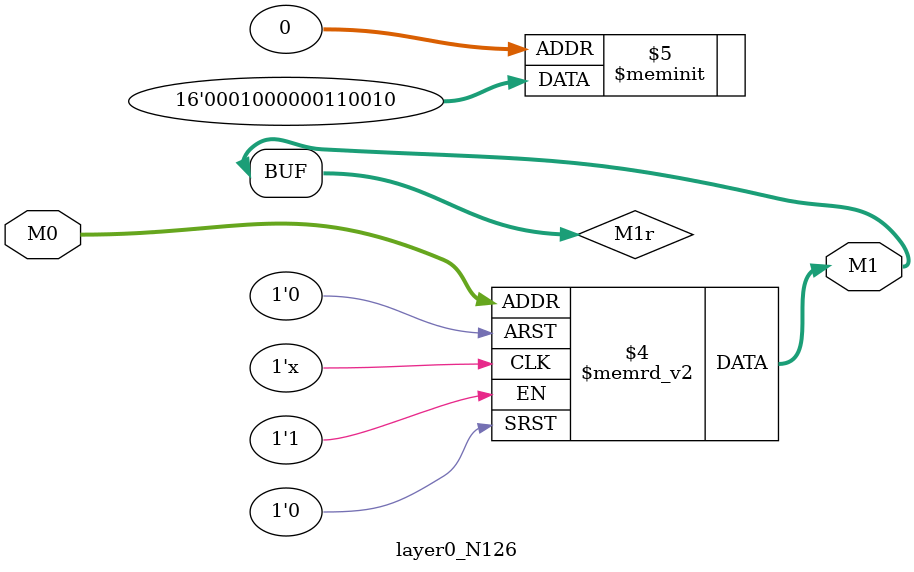
<source format=v>
module layer0_N126 ( input [2:0] M0, output [1:0] M1 );

	(*rom_style = "distributed" *) reg [1:0] M1r;
	assign M1 = M1r;
	always @ (M0) begin
		case (M0)
			3'b000: M1r = 2'b10;
			3'b100: M1r = 2'b00;
			3'b010: M1r = 2'b11;
			3'b110: M1r = 2'b01;
			3'b001: M1r = 2'b00;
			3'b101: M1r = 2'b00;
			3'b011: M1r = 2'b00;
			3'b111: M1r = 2'b00;

		endcase
	end
endmodule

</source>
